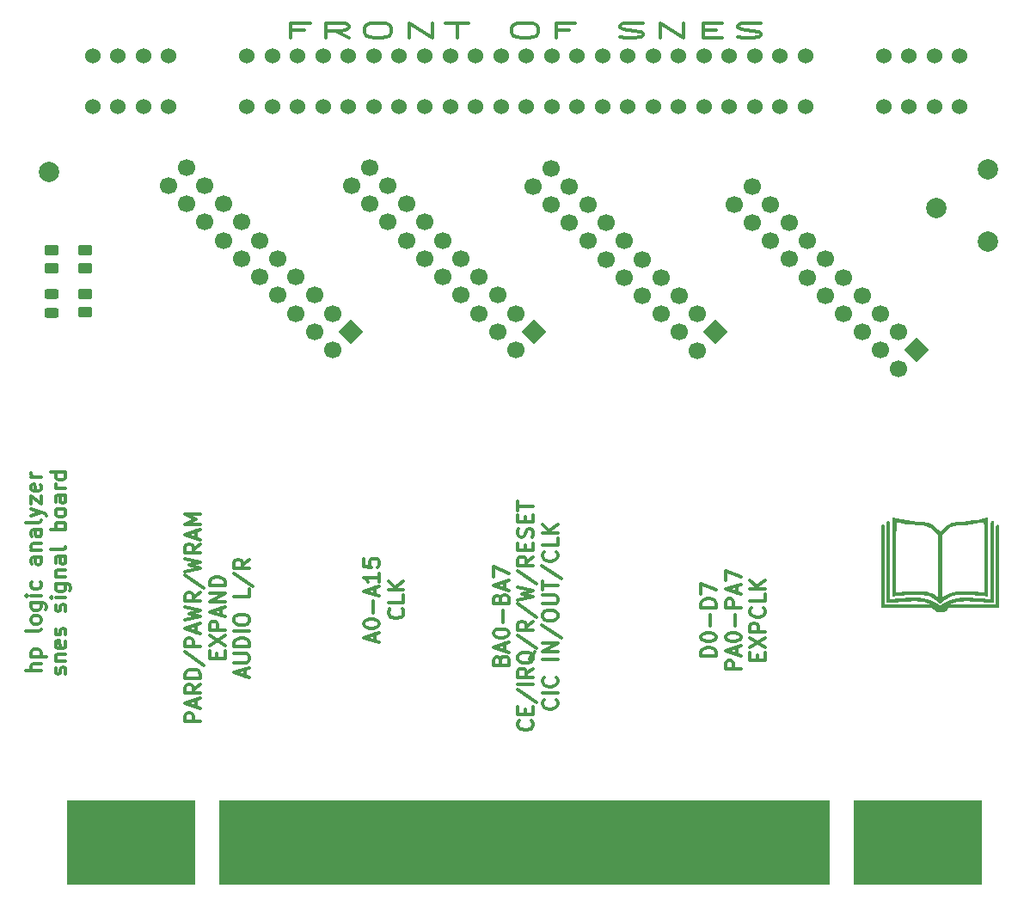
<source format=gbr>
%TF.GenerationSoftware,KiCad,Pcbnew,(6.0.6-1)-1*%
%TF.CreationDate,2022-07-24T16:47:29-04:00*%
%TF.ProjectId,SNES_logicadapter,534e4553-5f6c-46f6-9769-636164617074,rev?*%
%TF.SameCoordinates,Original*%
%TF.FileFunction,Soldermask,Top*%
%TF.FilePolarity,Negative*%
%FSLAX46Y46*%
G04 Gerber Fmt 4.6, Leading zero omitted, Abs format (unit mm)*
G04 Created by KiCad (PCBNEW (6.0.6-1)-1) date 2022-07-24 16:47:29*
%MOMM*%
%LPD*%
G01*
G04 APERTURE LIST*
G04 Aperture macros list*
%AMRoundRect*
0 Rectangle with rounded corners*
0 $1 Rounding radius*
0 $2 $3 $4 $5 $6 $7 $8 $9 X,Y pos of 4 corners*
0 Add a 4 corners polygon primitive as box body*
4,1,4,$2,$3,$4,$5,$6,$7,$8,$9,$2,$3,0*
0 Add four circle primitives for the rounded corners*
1,1,$1+$1,$2,$3*
1,1,$1+$1,$4,$5*
1,1,$1+$1,$6,$7*
1,1,$1+$1,$8,$9*
0 Add four rect primitives between the rounded corners*
20,1,$1+$1,$2,$3,$4,$5,0*
20,1,$1+$1,$4,$5,$6,$7,0*
20,1,$1+$1,$6,$7,$8,$9,0*
20,1,$1+$1,$8,$9,$2,$3,0*%
%AMHorizOval*
0 Thick line with rounded ends*
0 $1 width*
0 $2 $3 position (X,Y) of the first rounded end (center of the circle)*
0 $4 $5 position (X,Y) of the second rounded end (center of the circle)*
0 Add line between two ends*
20,1,$1,$2,$3,$4,$5,0*
0 Add two circle primitives to create the rounded ends*
1,1,$1,$2,$3*
1,1,$1,$4,$5*%
%AMRotRect*
0 Rectangle, with rotation*
0 The origin of the aperture is its center*
0 $1 length*
0 $2 width*
0 $3 Rotation angle, in degrees counterclockwise*
0 Add horizontal line*
21,1,$1,$2,0,0,$3*%
G04 Aperture macros list end*
%ADD10C,0.300000*%
%ADD11C,0.010000*%
%ADD12RotRect,1.700000X1.700000X225.000000*%
%ADD13HorizOval,1.700000X0.000000X0.000000X0.000000X0.000000X0*%
%ADD14C,2.000000*%
%ADD15RoundRect,0.250000X0.450000X-0.262500X0.450000X0.262500X-0.450000X0.262500X-0.450000X-0.262500X0*%
%ADD16R,1.500000X7.000000*%
%ADD17R,2.000000X7.000000*%
%ADD18RoundRect,0.243750X0.456250X-0.243750X0.456250X0.243750X-0.456250X0.243750X-0.456250X-0.243750X0*%
%ADD19C,1.524000*%
G04 APERTURE END LIST*
D10*
X119802571Y-136960285D02*
X118302571Y-136960285D01*
X118302571Y-136388857D01*
X118374000Y-136246000D01*
X118445428Y-136174571D01*
X118588285Y-136103142D01*
X118802571Y-136103142D01*
X118945428Y-136174571D01*
X119016857Y-136246000D01*
X119088285Y-136388857D01*
X119088285Y-136960285D01*
X119374000Y-135531714D02*
X119374000Y-134817428D01*
X119802571Y-135674571D02*
X118302571Y-135174571D01*
X119802571Y-134674571D01*
X119802571Y-133317428D02*
X119088285Y-133817428D01*
X119802571Y-134174571D02*
X118302571Y-134174571D01*
X118302571Y-133603142D01*
X118374000Y-133460285D01*
X118445428Y-133388857D01*
X118588285Y-133317428D01*
X118802571Y-133317428D01*
X118945428Y-133388857D01*
X119016857Y-133460285D01*
X119088285Y-133603142D01*
X119088285Y-134174571D01*
X119802571Y-132674571D02*
X118302571Y-132674571D01*
X118302571Y-132317428D01*
X118374000Y-132103142D01*
X118516857Y-131960285D01*
X118659714Y-131888857D01*
X118945428Y-131817428D01*
X119159714Y-131817428D01*
X119445428Y-131888857D01*
X119588285Y-131960285D01*
X119731142Y-132103142D01*
X119802571Y-132317428D01*
X119802571Y-132674571D01*
X118231142Y-130103142D02*
X120159714Y-131388857D01*
X119802571Y-129603142D02*
X118302571Y-129603142D01*
X118302571Y-129031714D01*
X118374000Y-128888857D01*
X118445428Y-128817428D01*
X118588285Y-128746000D01*
X118802571Y-128746000D01*
X118945428Y-128817428D01*
X119016857Y-128888857D01*
X119088285Y-129031714D01*
X119088285Y-129603142D01*
X119374000Y-128174571D02*
X119374000Y-127460285D01*
X119802571Y-128317428D02*
X118302571Y-127817428D01*
X119802571Y-127317428D01*
X118302571Y-126960285D02*
X119802571Y-126603142D01*
X118731142Y-126317428D01*
X119802571Y-126031714D01*
X118302571Y-125674571D01*
X119802571Y-124246000D02*
X119088285Y-124746000D01*
X119802571Y-125103142D02*
X118302571Y-125103142D01*
X118302571Y-124531714D01*
X118374000Y-124388857D01*
X118445428Y-124317428D01*
X118588285Y-124246000D01*
X118802571Y-124246000D01*
X118945428Y-124317428D01*
X119016857Y-124388857D01*
X119088285Y-124531714D01*
X119088285Y-125103142D01*
X118231142Y-122531714D02*
X120159714Y-123817428D01*
X118302571Y-122174571D02*
X119802571Y-121817428D01*
X118731142Y-121531714D01*
X119802571Y-121246000D01*
X118302571Y-120888857D01*
X119802571Y-119460285D02*
X119088285Y-119960285D01*
X119802571Y-120317428D02*
X118302571Y-120317428D01*
X118302571Y-119746000D01*
X118374000Y-119603142D01*
X118445428Y-119531714D01*
X118588285Y-119460285D01*
X118802571Y-119460285D01*
X118945428Y-119531714D01*
X119016857Y-119603142D01*
X119088285Y-119746000D01*
X119088285Y-120317428D01*
X119374000Y-118888857D02*
X119374000Y-118174571D01*
X119802571Y-119031714D02*
X118302571Y-118531714D01*
X119802571Y-118031714D01*
X119802571Y-117531714D02*
X118302571Y-117531714D01*
X119374000Y-117031714D01*
X118302571Y-116531714D01*
X119802571Y-116531714D01*
X121431857Y-130710285D02*
X121431857Y-130210285D01*
X122217571Y-129996000D02*
X122217571Y-130710285D01*
X120717571Y-130710285D01*
X120717571Y-129996000D01*
X120717571Y-129496000D02*
X122217571Y-128496000D01*
X120717571Y-128496000D02*
X122217571Y-129496000D01*
X122217571Y-127924571D02*
X120717571Y-127924571D01*
X120717571Y-127353142D01*
X120789000Y-127210285D01*
X120860428Y-127138857D01*
X121003285Y-127067428D01*
X121217571Y-127067428D01*
X121360428Y-127138857D01*
X121431857Y-127210285D01*
X121503285Y-127353142D01*
X121503285Y-127924571D01*
X121789000Y-126496000D02*
X121789000Y-125781714D01*
X122217571Y-126638857D02*
X120717571Y-126138857D01*
X122217571Y-125638857D01*
X122217571Y-125138857D02*
X120717571Y-125138857D01*
X122217571Y-124281714D01*
X120717571Y-124281714D01*
X122217571Y-123567428D02*
X120717571Y-123567428D01*
X120717571Y-123210285D01*
X120789000Y-122996000D01*
X120931857Y-122853142D01*
X121074714Y-122781714D01*
X121360428Y-122710285D01*
X121574714Y-122710285D01*
X121860428Y-122781714D01*
X122003285Y-122853142D01*
X122146142Y-122996000D01*
X122217571Y-123210285D01*
X122217571Y-123567428D01*
X124204000Y-132496000D02*
X124204000Y-131781714D01*
X124632571Y-132638857D02*
X123132571Y-132138857D01*
X124632571Y-131638857D01*
X123132571Y-131138857D02*
X124346857Y-131138857D01*
X124489714Y-131067428D01*
X124561142Y-130996000D01*
X124632571Y-130853142D01*
X124632571Y-130567428D01*
X124561142Y-130424571D01*
X124489714Y-130353142D01*
X124346857Y-130281714D01*
X123132571Y-130281714D01*
X124632571Y-129567428D02*
X123132571Y-129567428D01*
X123132571Y-129210285D01*
X123204000Y-128996000D01*
X123346857Y-128853142D01*
X123489714Y-128781714D01*
X123775428Y-128710285D01*
X123989714Y-128710285D01*
X124275428Y-128781714D01*
X124418285Y-128853142D01*
X124561142Y-128996000D01*
X124632571Y-129210285D01*
X124632571Y-129567428D01*
X124632571Y-128067428D02*
X123132571Y-128067428D01*
X123132571Y-127067428D02*
X123132571Y-126781714D01*
X123204000Y-126638857D01*
X123346857Y-126496000D01*
X123632571Y-126424571D01*
X124132571Y-126424571D01*
X124418285Y-126496000D01*
X124561142Y-126638857D01*
X124632571Y-126781714D01*
X124632571Y-127067428D01*
X124561142Y-127210285D01*
X124418285Y-127353142D01*
X124132571Y-127424571D01*
X123632571Y-127424571D01*
X123346857Y-127353142D01*
X123204000Y-127210285D01*
X123132571Y-127067428D01*
X124632571Y-123924571D02*
X124632571Y-124638857D01*
X123132571Y-124638857D01*
X123061142Y-122353142D02*
X124989714Y-123638857D01*
X124632571Y-120996000D02*
X123918285Y-121496000D01*
X124632571Y-121853142D02*
X123132571Y-121853142D01*
X123132571Y-121281714D01*
X123204000Y-121138857D01*
X123275428Y-121067428D01*
X123418285Y-120996000D01*
X123632571Y-120996000D01*
X123775428Y-121067428D01*
X123846857Y-121138857D01*
X123918285Y-121281714D01*
X123918285Y-121853142D01*
X170602571Y-130500000D02*
X169102571Y-130500000D01*
X169102571Y-130142857D01*
X169174000Y-129928571D01*
X169316857Y-129785714D01*
X169459714Y-129714285D01*
X169745428Y-129642857D01*
X169959714Y-129642857D01*
X170245428Y-129714285D01*
X170388285Y-129785714D01*
X170531142Y-129928571D01*
X170602571Y-130142857D01*
X170602571Y-130500000D01*
X169102571Y-128714285D02*
X169102571Y-128571428D01*
X169174000Y-128428571D01*
X169245428Y-128357142D01*
X169388285Y-128285714D01*
X169674000Y-128214285D01*
X170031142Y-128214285D01*
X170316857Y-128285714D01*
X170459714Y-128357142D01*
X170531142Y-128428571D01*
X170602571Y-128571428D01*
X170602571Y-128714285D01*
X170531142Y-128857142D01*
X170459714Y-128928571D01*
X170316857Y-129000000D01*
X170031142Y-129071428D01*
X169674000Y-129071428D01*
X169388285Y-129000000D01*
X169245428Y-128928571D01*
X169174000Y-128857142D01*
X169102571Y-128714285D01*
X170031142Y-127571428D02*
X170031142Y-126428571D01*
X170602571Y-125714285D02*
X169102571Y-125714285D01*
X169102571Y-125357142D01*
X169174000Y-125142857D01*
X169316857Y-125000000D01*
X169459714Y-124928571D01*
X169745428Y-124857142D01*
X169959714Y-124857142D01*
X170245428Y-124928571D01*
X170388285Y-125000000D01*
X170531142Y-125142857D01*
X170602571Y-125357142D01*
X170602571Y-125714285D01*
X169102571Y-124357142D02*
X169102571Y-123357142D01*
X170602571Y-124000000D01*
X173017571Y-131785714D02*
X171517571Y-131785714D01*
X171517571Y-131214285D01*
X171589000Y-131071428D01*
X171660428Y-131000000D01*
X171803285Y-130928571D01*
X172017571Y-130928571D01*
X172160428Y-131000000D01*
X172231857Y-131071428D01*
X172303285Y-131214285D01*
X172303285Y-131785714D01*
X172589000Y-130357142D02*
X172589000Y-129642857D01*
X173017571Y-130500000D02*
X171517571Y-130000000D01*
X173017571Y-129500000D01*
X171517571Y-128714285D02*
X171517571Y-128571428D01*
X171589000Y-128428571D01*
X171660428Y-128357142D01*
X171803285Y-128285714D01*
X172089000Y-128214285D01*
X172446142Y-128214285D01*
X172731857Y-128285714D01*
X172874714Y-128357142D01*
X172946142Y-128428571D01*
X173017571Y-128571428D01*
X173017571Y-128714285D01*
X172946142Y-128857142D01*
X172874714Y-128928571D01*
X172731857Y-129000000D01*
X172446142Y-129071428D01*
X172089000Y-129071428D01*
X171803285Y-129000000D01*
X171660428Y-128928571D01*
X171589000Y-128857142D01*
X171517571Y-128714285D01*
X172446142Y-127571428D02*
X172446142Y-126428571D01*
X173017571Y-125714285D02*
X171517571Y-125714285D01*
X171517571Y-125142857D01*
X171589000Y-125000000D01*
X171660428Y-124928571D01*
X171803285Y-124857142D01*
X172017571Y-124857142D01*
X172160428Y-124928571D01*
X172231857Y-125000000D01*
X172303285Y-125142857D01*
X172303285Y-125714285D01*
X172589000Y-124285714D02*
X172589000Y-123571428D01*
X173017571Y-124428571D02*
X171517571Y-123928571D01*
X173017571Y-123428571D01*
X171517571Y-123071428D02*
X171517571Y-122071428D01*
X173017571Y-122714285D01*
X174646857Y-130892857D02*
X174646857Y-130392857D01*
X175432571Y-130178571D02*
X175432571Y-130892857D01*
X173932571Y-130892857D01*
X173932571Y-130178571D01*
X173932571Y-129678571D02*
X175432571Y-128678571D01*
X173932571Y-128678571D02*
X175432571Y-129678571D01*
X175432571Y-128107142D02*
X173932571Y-128107142D01*
X173932571Y-127535714D01*
X174004000Y-127392857D01*
X174075428Y-127321428D01*
X174218285Y-127250000D01*
X174432571Y-127250000D01*
X174575428Y-127321428D01*
X174646857Y-127392857D01*
X174718285Y-127535714D01*
X174718285Y-128107142D01*
X175289714Y-125750000D02*
X175361142Y-125821428D01*
X175432571Y-126035714D01*
X175432571Y-126178571D01*
X175361142Y-126392857D01*
X175218285Y-126535714D01*
X175075428Y-126607142D01*
X174789714Y-126678571D01*
X174575428Y-126678571D01*
X174289714Y-126607142D01*
X174146857Y-126535714D01*
X174004000Y-126392857D01*
X173932571Y-126178571D01*
X173932571Y-126035714D01*
X174004000Y-125821428D01*
X174075428Y-125750000D01*
X175432571Y-124392857D02*
X175432571Y-125107142D01*
X173932571Y-125107142D01*
X175432571Y-123892857D02*
X173932571Y-123892857D01*
X175432571Y-123035714D02*
X174575428Y-123678571D01*
X173932571Y-123035714D02*
X174789714Y-123892857D01*
X149369857Y-130904714D02*
X149441285Y-130690428D01*
X149512714Y-130619000D01*
X149655571Y-130547571D01*
X149869857Y-130547571D01*
X150012714Y-130619000D01*
X150084142Y-130690428D01*
X150155571Y-130833285D01*
X150155571Y-131404714D01*
X148655571Y-131404714D01*
X148655571Y-130904714D01*
X148727000Y-130761857D01*
X148798428Y-130690428D01*
X148941285Y-130619000D01*
X149084142Y-130619000D01*
X149227000Y-130690428D01*
X149298428Y-130761857D01*
X149369857Y-130904714D01*
X149369857Y-131404714D01*
X149727000Y-129976142D02*
X149727000Y-129261857D01*
X150155571Y-130119000D02*
X148655571Y-129619000D01*
X150155571Y-129119000D01*
X148655571Y-128333285D02*
X148655571Y-128190428D01*
X148727000Y-128047571D01*
X148798428Y-127976142D01*
X148941285Y-127904714D01*
X149227000Y-127833285D01*
X149584142Y-127833285D01*
X149869857Y-127904714D01*
X150012714Y-127976142D01*
X150084142Y-128047571D01*
X150155571Y-128190428D01*
X150155571Y-128333285D01*
X150084142Y-128476142D01*
X150012714Y-128547571D01*
X149869857Y-128619000D01*
X149584142Y-128690428D01*
X149227000Y-128690428D01*
X148941285Y-128619000D01*
X148798428Y-128547571D01*
X148727000Y-128476142D01*
X148655571Y-128333285D01*
X149584142Y-127190428D02*
X149584142Y-126047571D01*
X149369857Y-124833285D02*
X149441285Y-124619000D01*
X149512714Y-124547571D01*
X149655571Y-124476142D01*
X149869857Y-124476142D01*
X150012714Y-124547571D01*
X150084142Y-124619000D01*
X150155571Y-124761857D01*
X150155571Y-125333285D01*
X148655571Y-125333285D01*
X148655571Y-124833285D01*
X148727000Y-124690428D01*
X148798428Y-124619000D01*
X148941285Y-124547571D01*
X149084142Y-124547571D01*
X149227000Y-124619000D01*
X149298428Y-124690428D01*
X149369857Y-124833285D01*
X149369857Y-125333285D01*
X149727000Y-123904714D02*
X149727000Y-123190428D01*
X150155571Y-124047571D02*
X148655571Y-123547571D01*
X150155571Y-123047571D01*
X148655571Y-122690428D02*
X148655571Y-121690428D01*
X150155571Y-122333285D01*
X152427714Y-136869000D02*
X152499142Y-136940428D01*
X152570571Y-137154714D01*
X152570571Y-137297571D01*
X152499142Y-137511857D01*
X152356285Y-137654714D01*
X152213428Y-137726142D01*
X151927714Y-137797571D01*
X151713428Y-137797571D01*
X151427714Y-137726142D01*
X151284857Y-137654714D01*
X151142000Y-137511857D01*
X151070571Y-137297571D01*
X151070571Y-137154714D01*
X151142000Y-136940428D01*
X151213428Y-136869000D01*
X151784857Y-136226142D02*
X151784857Y-135726142D01*
X152570571Y-135511857D02*
X152570571Y-136226142D01*
X151070571Y-136226142D01*
X151070571Y-135511857D01*
X150999142Y-133797571D02*
X152927714Y-135083285D01*
X152570571Y-133297571D02*
X151070571Y-133297571D01*
X152570571Y-131726142D02*
X151856285Y-132226142D01*
X152570571Y-132583285D02*
X151070571Y-132583285D01*
X151070571Y-132011857D01*
X151142000Y-131869000D01*
X151213428Y-131797571D01*
X151356285Y-131726142D01*
X151570571Y-131726142D01*
X151713428Y-131797571D01*
X151784857Y-131869000D01*
X151856285Y-132011857D01*
X151856285Y-132583285D01*
X152713428Y-130083285D02*
X152642000Y-130226142D01*
X152499142Y-130369000D01*
X152284857Y-130583285D01*
X152213428Y-130726142D01*
X152213428Y-130869000D01*
X152570571Y-130797571D02*
X152499142Y-130940428D01*
X152356285Y-131083285D01*
X152070571Y-131154714D01*
X151570571Y-131154714D01*
X151284857Y-131083285D01*
X151142000Y-130940428D01*
X151070571Y-130797571D01*
X151070571Y-130511857D01*
X151142000Y-130369000D01*
X151284857Y-130226142D01*
X151570571Y-130154714D01*
X152070571Y-130154714D01*
X152356285Y-130226142D01*
X152499142Y-130369000D01*
X152570571Y-130511857D01*
X152570571Y-130797571D01*
X150999142Y-128440428D02*
X152927714Y-129726142D01*
X152570571Y-127083285D02*
X151856285Y-127583285D01*
X152570571Y-127940428D02*
X151070571Y-127940428D01*
X151070571Y-127369000D01*
X151142000Y-127226142D01*
X151213428Y-127154714D01*
X151356285Y-127083285D01*
X151570571Y-127083285D01*
X151713428Y-127154714D01*
X151784857Y-127226142D01*
X151856285Y-127369000D01*
X151856285Y-127940428D01*
X150999142Y-125369000D02*
X152927714Y-126654714D01*
X151070571Y-125011857D02*
X152570571Y-124654714D01*
X151499142Y-124369000D01*
X152570571Y-124083285D01*
X151070571Y-123726142D01*
X150999142Y-122083285D02*
X152927714Y-123369000D01*
X152570571Y-120726142D02*
X151856285Y-121226142D01*
X152570571Y-121583285D02*
X151070571Y-121583285D01*
X151070571Y-121011857D01*
X151142000Y-120869000D01*
X151213428Y-120797571D01*
X151356285Y-120726142D01*
X151570571Y-120726142D01*
X151713428Y-120797571D01*
X151784857Y-120869000D01*
X151856285Y-121011857D01*
X151856285Y-121583285D01*
X151784857Y-120083285D02*
X151784857Y-119583285D01*
X152570571Y-119369000D02*
X152570571Y-120083285D01*
X151070571Y-120083285D01*
X151070571Y-119369000D01*
X152499142Y-118797571D02*
X152570571Y-118583285D01*
X152570571Y-118226142D01*
X152499142Y-118083285D01*
X152427714Y-118011857D01*
X152284857Y-117940428D01*
X152142000Y-117940428D01*
X151999142Y-118011857D01*
X151927714Y-118083285D01*
X151856285Y-118226142D01*
X151784857Y-118511857D01*
X151713428Y-118654714D01*
X151642000Y-118726142D01*
X151499142Y-118797571D01*
X151356285Y-118797571D01*
X151213428Y-118726142D01*
X151142000Y-118654714D01*
X151070571Y-118511857D01*
X151070571Y-118154714D01*
X151142000Y-117940428D01*
X151784857Y-117297571D02*
X151784857Y-116797571D01*
X152570571Y-116583285D02*
X152570571Y-117297571D01*
X151070571Y-117297571D01*
X151070571Y-116583285D01*
X151070571Y-116154714D02*
X151070571Y-115297571D01*
X152570571Y-115726142D02*
X151070571Y-115726142D01*
X154842714Y-134797571D02*
X154914142Y-134869000D01*
X154985571Y-135083285D01*
X154985571Y-135226142D01*
X154914142Y-135440428D01*
X154771285Y-135583285D01*
X154628428Y-135654714D01*
X154342714Y-135726142D01*
X154128428Y-135726142D01*
X153842714Y-135654714D01*
X153699857Y-135583285D01*
X153557000Y-135440428D01*
X153485571Y-135226142D01*
X153485571Y-135083285D01*
X153557000Y-134869000D01*
X153628428Y-134797571D01*
X154985571Y-134154714D02*
X153485571Y-134154714D01*
X154842714Y-132583285D02*
X154914142Y-132654714D01*
X154985571Y-132869000D01*
X154985571Y-133011857D01*
X154914142Y-133226142D01*
X154771285Y-133369000D01*
X154628428Y-133440428D01*
X154342714Y-133511857D01*
X154128428Y-133511857D01*
X153842714Y-133440428D01*
X153699857Y-133369000D01*
X153557000Y-133226142D01*
X153485571Y-133011857D01*
X153485571Y-132869000D01*
X153557000Y-132654714D01*
X153628428Y-132583285D01*
X154985571Y-130797571D02*
X153485571Y-130797571D01*
X154985571Y-130083285D02*
X153485571Y-130083285D01*
X154985571Y-129226142D01*
X153485571Y-129226142D01*
X153414142Y-127440428D02*
X155342714Y-128726142D01*
X153485571Y-126654714D02*
X153485571Y-126369000D01*
X153557000Y-126226142D01*
X153699857Y-126083285D01*
X153985571Y-126011857D01*
X154485571Y-126011857D01*
X154771285Y-126083285D01*
X154914142Y-126226142D01*
X154985571Y-126369000D01*
X154985571Y-126654714D01*
X154914142Y-126797571D01*
X154771285Y-126940428D01*
X154485571Y-127011857D01*
X153985571Y-127011857D01*
X153699857Y-126940428D01*
X153557000Y-126797571D01*
X153485571Y-126654714D01*
X153485571Y-125369000D02*
X154699857Y-125369000D01*
X154842714Y-125297571D01*
X154914142Y-125226142D01*
X154985571Y-125083285D01*
X154985571Y-124797571D01*
X154914142Y-124654714D01*
X154842714Y-124583285D01*
X154699857Y-124511857D01*
X153485571Y-124511857D01*
X153485571Y-124011857D02*
X153485571Y-123154714D01*
X154985571Y-123583285D02*
X153485571Y-123583285D01*
X153414142Y-121583285D02*
X155342714Y-122869000D01*
X154842714Y-120226142D02*
X154914142Y-120297571D01*
X154985571Y-120511857D01*
X154985571Y-120654714D01*
X154914142Y-120869000D01*
X154771285Y-121011857D01*
X154628428Y-121083285D01*
X154342714Y-121154714D01*
X154128428Y-121154714D01*
X153842714Y-121083285D01*
X153699857Y-121011857D01*
X153557000Y-120869000D01*
X153485571Y-120654714D01*
X153485571Y-120511857D01*
X153557000Y-120297571D01*
X153628428Y-120226142D01*
X154985571Y-118869000D02*
X154985571Y-119583285D01*
X153485571Y-119583285D01*
X154985571Y-118369000D02*
X153485571Y-118369000D01*
X154985571Y-117511857D02*
X154128428Y-118154714D01*
X153485571Y-117511857D02*
X154342714Y-118369000D01*
X136964500Y-129039428D02*
X136964500Y-128325142D01*
X137393071Y-129182285D02*
X135893071Y-128682285D01*
X137393071Y-128182285D01*
X135893071Y-127396571D02*
X135893071Y-127253714D01*
X135964500Y-127110857D01*
X136035928Y-127039428D01*
X136178785Y-126968000D01*
X136464500Y-126896571D01*
X136821642Y-126896571D01*
X137107357Y-126968000D01*
X137250214Y-127039428D01*
X137321642Y-127110857D01*
X137393071Y-127253714D01*
X137393071Y-127396571D01*
X137321642Y-127539428D01*
X137250214Y-127610857D01*
X137107357Y-127682285D01*
X136821642Y-127753714D01*
X136464500Y-127753714D01*
X136178785Y-127682285D01*
X136035928Y-127610857D01*
X135964500Y-127539428D01*
X135893071Y-127396571D01*
X136821642Y-126253714D02*
X136821642Y-125110857D01*
X136964500Y-124468000D02*
X136964500Y-123753714D01*
X137393071Y-124610857D02*
X135893071Y-124110857D01*
X137393071Y-123610857D01*
X137393071Y-122325142D02*
X137393071Y-123182285D01*
X137393071Y-122753714D02*
X135893071Y-122753714D01*
X136107357Y-122896571D01*
X136250214Y-123039428D01*
X136321642Y-123182285D01*
X135893071Y-120968000D02*
X135893071Y-121682285D01*
X136607357Y-121753714D01*
X136535928Y-121682285D01*
X136464500Y-121539428D01*
X136464500Y-121182285D01*
X136535928Y-121039428D01*
X136607357Y-120968000D01*
X136750214Y-120896571D01*
X137107357Y-120896571D01*
X137250214Y-120968000D01*
X137321642Y-121039428D01*
X137393071Y-121182285D01*
X137393071Y-121539428D01*
X137321642Y-121682285D01*
X137250214Y-121753714D01*
X139665214Y-125860857D02*
X139736642Y-125932285D01*
X139808071Y-126146571D01*
X139808071Y-126289428D01*
X139736642Y-126503714D01*
X139593785Y-126646571D01*
X139450928Y-126718000D01*
X139165214Y-126789428D01*
X138950928Y-126789428D01*
X138665214Y-126718000D01*
X138522357Y-126646571D01*
X138379500Y-126503714D01*
X138308071Y-126289428D01*
X138308071Y-126146571D01*
X138379500Y-125932285D01*
X138450928Y-125860857D01*
X139808071Y-124503714D02*
X139808071Y-125218000D01*
X138308071Y-125218000D01*
X139808071Y-124003714D02*
X138308071Y-124003714D01*
X139808071Y-123146571D02*
X138950928Y-123789428D01*
X138308071Y-123146571D02*
X139165214Y-124003714D01*
X104119071Y-131908142D02*
X102619071Y-131908142D01*
X104119071Y-131265285D02*
X103333357Y-131265285D01*
X103190500Y-131336714D01*
X103119071Y-131479571D01*
X103119071Y-131693857D01*
X103190500Y-131836714D01*
X103261928Y-131908142D01*
X103119071Y-130551000D02*
X104619071Y-130551000D01*
X103190500Y-130551000D02*
X103119071Y-130408142D01*
X103119071Y-130122428D01*
X103190500Y-129979571D01*
X103261928Y-129908142D01*
X103404785Y-129836714D01*
X103833357Y-129836714D01*
X103976214Y-129908142D01*
X104047642Y-129979571D01*
X104119071Y-130122428D01*
X104119071Y-130408142D01*
X104047642Y-130551000D01*
X104119071Y-127836714D02*
X104047642Y-127979571D01*
X103904785Y-128051000D01*
X102619071Y-128051000D01*
X104119071Y-127051000D02*
X104047642Y-127193857D01*
X103976214Y-127265285D01*
X103833357Y-127336714D01*
X103404785Y-127336714D01*
X103261928Y-127265285D01*
X103190500Y-127193857D01*
X103119071Y-127051000D01*
X103119071Y-126836714D01*
X103190500Y-126693857D01*
X103261928Y-126622428D01*
X103404785Y-126551000D01*
X103833357Y-126551000D01*
X103976214Y-126622428D01*
X104047642Y-126693857D01*
X104119071Y-126836714D01*
X104119071Y-127051000D01*
X103119071Y-125265285D02*
X104333357Y-125265285D01*
X104476214Y-125336714D01*
X104547642Y-125408142D01*
X104619071Y-125551000D01*
X104619071Y-125765285D01*
X104547642Y-125908142D01*
X104047642Y-125265285D02*
X104119071Y-125408142D01*
X104119071Y-125693857D01*
X104047642Y-125836714D01*
X103976214Y-125908142D01*
X103833357Y-125979571D01*
X103404785Y-125979571D01*
X103261928Y-125908142D01*
X103190500Y-125836714D01*
X103119071Y-125693857D01*
X103119071Y-125408142D01*
X103190500Y-125265285D01*
X104119071Y-124551000D02*
X103119071Y-124551000D01*
X102619071Y-124551000D02*
X102690500Y-124622428D01*
X102761928Y-124551000D01*
X102690500Y-124479571D01*
X102619071Y-124551000D01*
X102761928Y-124551000D01*
X104047642Y-123193857D02*
X104119071Y-123336714D01*
X104119071Y-123622428D01*
X104047642Y-123765285D01*
X103976214Y-123836714D01*
X103833357Y-123908142D01*
X103404785Y-123908142D01*
X103261928Y-123836714D01*
X103190500Y-123765285D01*
X103119071Y-123622428D01*
X103119071Y-123336714D01*
X103190500Y-123193857D01*
X104119071Y-120765285D02*
X103333357Y-120765285D01*
X103190500Y-120836714D01*
X103119071Y-120979571D01*
X103119071Y-121265285D01*
X103190500Y-121408142D01*
X104047642Y-120765285D02*
X104119071Y-120908142D01*
X104119071Y-121265285D01*
X104047642Y-121408142D01*
X103904785Y-121479571D01*
X103761928Y-121479571D01*
X103619071Y-121408142D01*
X103547642Y-121265285D01*
X103547642Y-120908142D01*
X103476214Y-120765285D01*
X103119071Y-120051000D02*
X104119071Y-120051000D01*
X103261928Y-120051000D02*
X103190500Y-119979571D01*
X103119071Y-119836714D01*
X103119071Y-119622428D01*
X103190500Y-119479571D01*
X103333357Y-119408142D01*
X104119071Y-119408142D01*
X104119071Y-118051000D02*
X103333357Y-118051000D01*
X103190500Y-118122428D01*
X103119071Y-118265285D01*
X103119071Y-118551000D01*
X103190500Y-118693857D01*
X104047642Y-118051000D02*
X104119071Y-118193857D01*
X104119071Y-118551000D01*
X104047642Y-118693857D01*
X103904785Y-118765285D01*
X103761928Y-118765285D01*
X103619071Y-118693857D01*
X103547642Y-118551000D01*
X103547642Y-118193857D01*
X103476214Y-118051000D01*
X104119071Y-117122428D02*
X104047642Y-117265285D01*
X103904785Y-117336714D01*
X102619071Y-117336714D01*
X103119071Y-116693857D02*
X104119071Y-116336714D01*
X103119071Y-115979571D02*
X104119071Y-116336714D01*
X104476214Y-116479571D01*
X104547642Y-116551000D01*
X104619071Y-116693857D01*
X103119071Y-115551000D02*
X103119071Y-114765285D01*
X104119071Y-115551000D01*
X104119071Y-114765285D01*
X104047642Y-113622428D02*
X104119071Y-113765285D01*
X104119071Y-114051000D01*
X104047642Y-114193857D01*
X103904785Y-114265285D01*
X103333357Y-114265285D01*
X103190500Y-114193857D01*
X103119071Y-114051000D01*
X103119071Y-113765285D01*
X103190500Y-113622428D01*
X103333357Y-113551000D01*
X103476214Y-113551000D01*
X103619071Y-114265285D01*
X104119071Y-112908142D02*
X103119071Y-112908142D01*
X103404785Y-112908142D02*
X103261928Y-112836714D01*
X103190500Y-112765285D01*
X103119071Y-112622428D01*
X103119071Y-112479571D01*
X106462642Y-132265285D02*
X106534071Y-132122428D01*
X106534071Y-131836714D01*
X106462642Y-131693857D01*
X106319785Y-131622428D01*
X106248357Y-131622428D01*
X106105500Y-131693857D01*
X106034071Y-131836714D01*
X106034071Y-132051000D01*
X105962642Y-132193857D01*
X105819785Y-132265285D01*
X105748357Y-132265285D01*
X105605500Y-132193857D01*
X105534071Y-132051000D01*
X105534071Y-131836714D01*
X105605500Y-131693857D01*
X105534071Y-130979571D02*
X106534071Y-130979571D01*
X105676928Y-130979571D02*
X105605500Y-130908142D01*
X105534071Y-130765285D01*
X105534071Y-130551000D01*
X105605500Y-130408142D01*
X105748357Y-130336714D01*
X106534071Y-130336714D01*
X106462642Y-129051000D02*
X106534071Y-129193857D01*
X106534071Y-129479571D01*
X106462642Y-129622428D01*
X106319785Y-129693857D01*
X105748357Y-129693857D01*
X105605500Y-129622428D01*
X105534071Y-129479571D01*
X105534071Y-129193857D01*
X105605500Y-129051000D01*
X105748357Y-128979571D01*
X105891214Y-128979571D01*
X106034071Y-129693857D01*
X106462642Y-128408142D02*
X106534071Y-128265285D01*
X106534071Y-127979571D01*
X106462642Y-127836714D01*
X106319785Y-127765285D01*
X106248357Y-127765285D01*
X106105500Y-127836714D01*
X106034071Y-127979571D01*
X106034071Y-128193857D01*
X105962642Y-128336714D01*
X105819785Y-128408142D01*
X105748357Y-128408142D01*
X105605500Y-128336714D01*
X105534071Y-128193857D01*
X105534071Y-127979571D01*
X105605500Y-127836714D01*
X106462642Y-126051000D02*
X106534071Y-125908142D01*
X106534071Y-125622428D01*
X106462642Y-125479571D01*
X106319785Y-125408142D01*
X106248357Y-125408142D01*
X106105500Y-125479571D01*
X106034071Y-125622428D01*
X106034071Y-125836714D01*
X105962642Y-125979571D01*
X105819785Y-126051000D01*
X105748357Y-126051000D01*
X105605500Y-125979571D01*
X105534071Y-125836714D01*
X105534071Y-125622428D01*
X105605500Y-125479571D01*
X106534071Y-124765285D02*
X105534071Y-124765285D01*
X105034071Y-124765285D02*
X105105500Y-124836714D01*
X105176928Y-124765285D01*
X105105500Y-124693857D01*
X105034071Y-124765285D01*
X105176928Y-124765285D01*
X105534071Y-123408142D02*
X106748357Y-123408142D01*
X106891214Y-123479571D01*
X106962642Y-123551000D01*
X107034071Y-123693857D01*
X107034071Y-123908142D01*
X106962642Y-124051000D01*
X106462642Y-123408142D02*
X106534071Y-123551000D01*
X106534071Y-123836714D01*
X106462642Y-123979571D01*
X106391214Y-124051000D01*
X106248357Y-124122428D01*
X105819785Y-124122428D01*
X105676928Y-124051000D01*
X105605500Y-123979571D01*
X105534071Y-123836714D01*
X105534071Y-123551000D01*
X105605500Y-123408142D01*
X105534071Y-122693857D02*
X106534071Y-122693857D01*
X105676928Y-122693857D02*
X105605500Y-122622428D01*
X105534071Y-122479571D01*
X105534071Y-122265285D01*
X105605500Y-122122428D01*
X105748357Y-122051000D01*
X106534071Y-122051000D01*
X106534071Y-120693857D02*
X105748357Y-120693857D01*
X105605500Y-120765285D01*
X105534071Y-120908142D01*
X105534071Y-121193857D01*
X105605500Y-121336714D01*
X106462642Y-120693857D02*
X106534071Y-120836714D01*
X106534071Y-121193857D01*
X106462642Y-121336714D01*
X106319785Y-121408142D01*
X106176928Y-121408142D01*
X106034071Y-121336714D01*
X105962642Y-121193857D01*
X105962642Y-120836714D01*
X105891214Y-120693857D01*
X106534071Y-119765285D02*
X106462642Y-119908142D01*
X106319785Y-119979571D01*
X105034071Y-119979571D01*
X106534071Y-118051000D02*
X105034071Y-118051000D01*
X105605500Y-118051000D02*
X105534071Y-117908142D01*
X105534071Y-117622428D01*
X105605500Y-117479571D01*
X105676928Y-117408142D01*
X105819785Y-117336714D01*
X106248357Y-117336714D01*
X106391214Y-117408142D01*
X106462642Y-117479571D01*
X106534071Y-117622428D01*
X106534071Y-117908142D01*
X106462642Y-118051000D01*
X106534071Y-116479571D02*
X106462642Y-116622428D01*
X106391214Y-116693857D01*
X106248357Y-116765285D01*
X105819785Y-116765285D01*
X105676928Y-116693857D01*
X105605500Y-116622428D01*
X105534071Y-116479571D01*
X105534071Y-116265285D01*
X105605500Y-116122428D01*
X105676928Y-116051000D01*
X105819785Y-115979571D01*
X106248357Y-115979571D01*
X106391214Y-116051000D01*
X106462642Y-116122428D01*
X106534071Y-116265285D01*
X106534071Y-116479571D01*
X106534071Y-114693857D02*
X105748357Y-114693857D01*
X105605500Y-114765285D01*
X105534071Y-114908142D01*
X105534071Y-115193857D01*
X105605500Y-115336714D01*
X106462642Y-114693857D02*
X106534071Y-114836714D01*
X106534071Y-115193857D01*
X106462642Y-115336714D01*
X106319785Y-115408142D01*
X106176928Y-115408142D01*
X106034071Y-115336714D01*
X105962642Y-115193857D01*
X105962642Y-114836714D01*
X105891214Y-114693857D01*
X106534071Y-113979571D02*
X105534071Y-113979571D01*
X105819785Y-113979571D02*
X105676928Y-113908142D01*
X105605500Y-113836714D01*
X105534071Y-113693857D01*
X105534071Y-113551000D01*
X106534071Y-112408142D02*
X105034071Y-112408142D01*
X106462642Y-112408142D02*
X106534071Y-112551000D01*
X106534071Y-112836714D01*
X106462642Y-112979571D01*
X106391214Y-113051000D01*
X106248357Y-113122428D01*
X105819785Y-113122428D01*
X105676928Y-113051000D01*
X105605500Y-112979571D01*
X105534071Y-112836714D01*
X105534071Y-112551000D01*
X105605500Y-112408142D01*
X130050714Y-68853857D02*
X128717380Y-68853857D01*
X128717380Y-69639571D02*
X128717380Y-68139571D01*
X130622142Y-68139571D01*
X134431666Y-69639571D02*
X133098333Y-68925285D01*
X132145952Y-69639571D02*
X132145952Y-68139571D01*
X133669761Y-68139571D01*
X134050714Y-68211000D01*
X134241190Y-68282428D01*
X134431666Y-68425285D01*
X134431666Y-68639571D01*
X134241190Y-68782428D01*
X134050714Y-68853857D01*
X133669761Y-68925285D01*
X132145952Y-68925285D01*
X136907857Y-68139571D02*
X137669761Y-68139571D01*
X138050714Y-68211000D01*
X138431666Y-68353857D01*
X138622142Y-68639571D01*
X138622142Y-69139571D01*
X138431666Y-69425285D01*
X138050714Y-69568142D01*
X137669761Y-69639571D01*
X136907857Y-69639571D01*
X136526904Y-69568142D01*
X136145952Y-69425285D01*
X135955476Y-69139571D01*
X135955476Y-68639571D01*
X136145952Y-68353857D01*
X136526904Y-68211000D01*
X136907857Y-68139571D01*
X140336428Y-69639571D02*
X140336428Y-68139571D01*
X142622142Y-69639571D01*
X142622142Y-68139571D01*
X143955476Y-68139571D02*
X146241190Y-68139571D01*
X145098333Y-69639571D02*
X145098333Y-68139571D01*
X151384047Y-68139571D02*
X152145952Y-68139571D01*
X152526904Y-68211000D01*
X152907857Y-68353857D01*
X153098333Y-68639571D01*
X153098333Y-69139571D01*
X152907857Y-69425285D01*
X152526904Y-69568142D01*
X152145952Y-69639571D01*
X151384047Y-69639571D01*
X151003095Y-69568142D01*
X150622142Y-69425285D01*
X150431666Y-69139571D01*
X150431666Y-68639571D01*
X150622142Y-68353857D01*
X151003095Y-68211000D01*
X151384047Y-68139571D01*
X156145952Y-68853857D02*
X154812619Y-68853857D01*
X154812619Y-69639571D02*
X154812619Y-68139571D01*
X156717380Y-68139571D01*
X161098333Y-69568142D02*
X161669761Y-69639571D01*
X162622142Y-69639571D01*
X163003095Y-69568142D01*
X163193571Y-69496714D01*
X163384047Y-69353857D01*
X163384047Y-69211000D01*
X163193571Y-69068142D01*
X163003095Y-68996714D01*
X162622142Y-68925285D01*
X161860238Y-68853857D01*
X161479285Y-68782428D01*
X161288809Y-68711000D01*
X161098333Y-68568142D01*
X161098333Y-68425285D01*
X161288809Y-68282428D01*
X161479285Y-68211000D01*
X161860238Y-68139571D01*
X162812619Y-68139571D01*
X163384047Y-68211000D01*
X165098333Y-69639571D02*
X165098333Y-68139571D01*
X167384047Y-69639571D01*
X167384047Y-68139571D01*
X169288809Y-68853857D02*
X170622142Y-68853857D01*
X171193571Y-69639571D02*
X169288809Y-69639571D01*
X169288809Y-68139571D01*
X171193571Y-68139571D01*
X172717380Y-69568142D02*
X173288809Y-69639571D01*
X174241190Y-69639571D01*
X174622142Y-69568142D01*
X174812619Y-69496714D01*
X175003095Y-69353857D01*
X175003095Y-69211000D01*
X174812619Y-69068142D01*
X174622142Y-68996714D01*
X174241190Y-68925285D01*
X173479285Y-68853857D01*
X173098333Y-68782428D01*
X172907857Y-68711000D01*
X172717380Y-68568142D01*
X172717380Y-68425285D01*
X172907857Y-68282428D01*
X173098333Y-68211000D01*
X173479285Y-68139571D01*
X174431666Y-68139571D01*
X175003095Y-68211000D01*
%TO.C,CON1*%
G36*
X196680000Y-152940000D02*
G01*
X184180000Y-152940000D01*
X184180000Y-144740000D01*
X196680000Y-144740000D01*
X196680000Y-152940000D01*
G37*
D11*
X196680000Y-152940000D02*
X184180000Y-152940000D01*
X184180000Y-144740000D01*
X196680000Y-144740000D01*
X196680000Y-152940000D01*
G36*
X181680000Y-152940000D02*
G01*
X121680000Y-152940000D01*
X121680000Y-144740000D01*
X181680000Y-144740000D01*
X181680000Y-152940000D01*
G37*
X181680000Y-152940000D02*
X121680000Y-152940000D01*
X121680000Y-144740000D01*
X181680000Y-144740000D01*
X181680000Y-152940000D01*
G36*
X119180000Y-152940000D02*
G01*
X106680000Y-152940000D01*
X106680000Y-144740000D01*
X119180000Y-144740000D01*
X119180000Y-152940000D01*
G37*
X119180000Y-152940000D02*
X106680000Y-152940000D01*
X106680000Y-144740000D01*
X119180000Y-144740000D01*
X119180000Y-152940000D01*
%TO.C,G\u002A\u002A\u002A*%
G36*
X197886322Y-117201264D02*
G01*
X197892333Y-117204957D01*
X197899922Y-117215757D01*
X197906781Y-117240353D01*
X197912968Y-117282158D01*
X197918537Y-117344583D01*
X197923546Y-117431038D01*
X197928050Y-117544936D01*
X197932106Y-117689688D01*
X197935769Y-117868705D01*
X197939096Y-118085399D01*
X197942144Y-118343182D01*
X197944967Y-118645464D01*
X197947623Y-118995657D01*
X197950167Y-119397174D01*
X197952656Y-119853424D01*
X197955146Y-120367820D01*
X197957693Y-120943773D01*
X197959000Y-121254449D01*
X197975666Y-125272339D01*
X197870552Y-125272336D01*
X197812503Y-125269765D01*
X197696774Y-125262476D01*
X197532138Y-125251099D01*
X197327367Y-125236264D01*
X197091233Y-125218602D01*
X196832508Y-125198744D01*
X196670552Y-125186074D01*
X196193494Y-125151534D01*
X195774653Y-125128306D01*
X195406485Y-125116749D01*
X195081448Y-125117224D01*
X194791996Y-125130092D01*
X194530586Y-125155712D01*
X194289674Y-125194445D01*
X194061716Y-125246651D01*
X193839169Y-125312690D01*
X193809000Y-125322728D01*
X193708307Y-125360123D01*
X193633411Y-125394259D01*
X193610666Y-125408928D01*
X193637178Y-125414590D01*
X193726555Y-125419790D01*
X193874994Y-125424478D01*
X194078695Y-125428603D01*
X194333857Y-125432113D01*
X194636678Y-125434958D01*
X194983358Y-125437087D01*
X195370095Y-125438449D01*
X195793087Y-125438992D01*
X195852333Y-125439000D01*
X198125666Y-125439000D01*
X198125666Y-121541380D01*
X198125732Y-120945177D01*
X198125960Y-120412107D01*
X198126397Y-119938637D01*
X198127090Y-119521231D01*
X198128086Y-119156358D01*
X198129431Y-118840483D01*
X198131173Y-118570072D01*
X198133359Y-118341592D01*
X198136035Y-118151509D01*
X198139249Y-117996290D01*
X198143046Y-117872401D01*
X198147474Y-117776308D01*
X198152580Y-117704477D01*
X198158411Y-117653375D01*
X198165013Y-117619469D01*
X198172433Y-117599224D01*
X198178047Y-117591380D01*
X198266402Y-117544693D01*
X198365311Y-117552085D01*
X198437167Y-117599958D01*
X198445423Y-117612884D01*
X198452818Y-117634764D01*
X198459399Y-117669103D01*
X198465213Y-117719401D01*
X198470306Y-117789163D01*
X198474726Y-117881890D01*
X198478519Y-118001085D01*
X198481733Y-118150252D01*
X198484414Y-118332892D01*
X198486610Y-118552509D01*
X198488366Y-118812605D01*
X198489731Y-119116683D01*
X198490751Y-119468246D01*
X198491474Y-119870796D01*
X198491945Y-120327837D01*
X198492212Y-120842870D01*
X198492322Y-121419399D01*
X198492333Y-121716624D01*
X198492333Y-125772333D01*
X193436824Y-125772333D01*
X193332622Y-125901999D01*
X193170115Y-126052518D01*
X192968394Y-126154344D01*
X192738628Y-126202442D01*
X192659000Y-126205666D01*
X192499004Y-126196515D01*
X192366874Y-126163633D01*
X192264168Y-126118665D01*
X192144137Y-126044494D01*
X192031993Y-125951999D01*
X191985377Y-125901999D01*
X191881175Y-125772333D01*
X186825666Y-125772333D01*
X186825666Y-121710832D01*
X186825698Y-121105480D01*
X186825827Y-120563267D01*
X186826106Y-120080667D01*
X186826587Y-119654152D01*
X186827323Y-119280197D01*
X186828365Y-118955273D01*
X186829766Y-118675855D01*
X186831578Y-118438414D01*
X186833853Y-118239425D01*
X186836644Y-118075360D01*
X186840003Y-117942692D01*
X186843981Y-117837894D01*
X186848632Y-117757440D01*
X186854007Y-117697802D01*
X186860159Y-117655454D01*
X186867140Y-117626868D01*
X186875002Y-117608518D01*
X186883797Y-117596877D01*
X186886624Y-117594166D01*
X186981879Y-117544972D01*
X187081126Y-117552833D01*
X187139952Y-117591380D01*
X187147964Y-117604268D01*
X187155124Y-117628383D01*
X187161482Y-117667258D01*
X187167082Y-117724427D01*
X187171972Y-117803423D01*
X187176199Y-117907780D01*
X187179810Y-118041033D01*
X187182851Y-118206714D01*
X187185370Y-118408358D01*
X187187413Y-118649497D01*
X187189027Y-118933666D01*
X187190258Y-119264399D01*
X187191155Y-119645228D01*
X187191764Y-120079688D01*
X187192131Y-120571312D01*
X187192303Y-121123635D01*
X187192333Y-121541380D01*
X187192333Y-125439000D01*
X189465666Y-125439000D01*
X189893230Y-125438570D01*
X190285047Y-125437315D01*
X190637316Y-125435286D01*
X190946236Y-125432534D01*
X191208007Y-125429110D01*
X191418826Y-125425065D01*
X191574893Y-125420449D01*
X191672406Y-125415315D01*
X191707565Y-125409712D01*
X191707333Y-125408928D01*
X191659350Y-125381706D01*
X191571341Y-125345039D01*
X191509000Y-125322728D01*
X191287180Y-125254922D01*
X191061082Y-125200917D01*
X190823180Y-125160355D01*
X190565949Y-125132876D01*
X190281862Y-125118121D01*
X189963392Y-125115731D01*
X189603015Y-125125348D01*
X189193203Y-125146610D01*
X188726430Y-125179161D01*
X188640258Y-125185840D01*
X188372218Y-125206668D01*
X188122300Y-125225694D01*
X187899087Y-125242293D01*
X187711163Y-125255843D01*
X187567111Y-125265720D01*
X187475516Y-125271302D01*
X187448591Y-125272333D01*
X187359000Y-125272333D01*
X187359000Y-121274714D01*
X187359063Y-120670543D01*
X187359284Y-120129550D01*
X187359707Y-119648247D01*
X187360378Y-119223146D01*
X187361341Y-118850758D01*
X187362643Y-118527595D01*
X187364327Y-118250168D01*
X187366439Y-118014990D01*
X187369024Y-117818571D01*
X187372127Y-117657424D01*
X187375794Y-117528061D01*
X187380069Y-117426992D01*
X187384997Y-117350730D01*
X187390625Y-117295786D01*
X187396996Y-117258672D01*
X187404156Y-117235899D01*
X187411380Y-117224714D01*
X187494460Y-117176720D01*
X187592514Y-117190162D01*
X187627858Y-117206839D01*
X187637721Y-117213418D01*
X187646523Y-117224421D01*
X187654325Y-117243468D01*
X187661188Y-117274176D01*
X187667171Y-117320166D01*
X187672334Y-117385056D01*
X187676739Y-117472464D01*
X187680444Y-117586010D01*
X187683512Y-117729313D01*
X187686001Y-117905991D01*
X187687972Y-118119663D01*
X187689485Y-118373949D01*
X187690601Y-118672467D01*
X187691381Y-119018836D01*
X187691883Y-119416675D01*
X187692169Y-119869603D01*
X187692299Y-120381238D01*
X187692332Y-120955200D01*
X187692333Y-121077346D01*
X187692333Y-124913348D01*
X187867333Y-124893391D01*
X187945499Y-124885802D01*
X188079915Y-124874215D01*
X188260339Y-124859451D01*
X188476528Y-124842332D01*
X188718240Y-124823677D01*
X188975232Y-124804309D01*
X189025666Y-124800562D01*
X189323803Y-124779009D01*
X189566838Y-124763002D01*
X189766083Y-124752275D01*
X189932847Y-124746561D01*
X190078444Y-124745592D01*
X190214183Y-124749102D01*
X190351376Y-124756824D01*
X190475666Y-124766340D01*
X190965929Y-124827686D01*
X191420455Y-124926581D01*
X191833367Y-125061083D01*
X192198788Y-125229249D01*
X192510844Y-125429135D01*
X192534000Y-125446963D01*
X192659000Y-125544601D01*
X192784000Y-125446963D01*
X193091395Y-125244549D01*
X193452641Y-125073696D01*
X193861861Y-124936346D01*
X194313179Y-124834443D01*
X194800719Y-124769929D01*
X194842333Y-124766340D01*
X194989451Y-124755296D01*
X195125639Y-124748239D01*
X195262208Y-124745438D01*
X195410470Y-124747159D01*
X195581736Y-124753668D01*
X195787316Y-124765234D01*
X196038522Y-124782122D01*
X196292333Y-124800562D01*
X196551093Y-124819974D01*
X196796548Y-124838830D01*
X197018453Y-124856309D01*
X197206568Y-124871590D01*
X197350649Y-124883854D01*
X197440455Y-124892278D01*
X197450666Y-124893391D01*
X197625666Y-124913348D01*
X197625666Y-121077346D01*
X197625688Y-120490531D01*
X197625794Y-119966764D01*
X197626044Y-119502426D01*
X197626498Y-119093897D01*
X197627217Y-118737560D01*
X197628262Y-118429795D01*
X197629691Y-118166983D01*
X197631566Y-117945505D01*
X197633947Y-117761744D01*
X197636894Y-117612078D01*
X197640468Y-117492891D01*
X197644729Y-117400563D01*
X197649736Y-117331474D01*
X197655551Y-117282007D01*
X197662233Y-117248541D01*
X197669843Y-117227460D01*
X197678442Y-117215142D01*
X197688088Y-117207970D01*
X197690141Y-117206839D01*
X197793590Y-117174572D01*
X197886322Y-117201264D01*
G37*
G36*
X188067333Y-116886474D02*
G01*
X188459522Y-116986700D01*
X188906370Y-117075183D01*
X189396625Y-117150209D01*
X189919037Y-117210062D01*
X190462357Y-117253024D01*
X190475666Y-117253840D01*
X190721251Y-117269344D01*
X190911971Y-117283272D01*
X191059548Y-117297311D01*
X191175706Y-117313153D01*
X191272165Y-117332486D01*
X191360647Y-117357001D01*
X191452876Y-117388386D01*
X191481469Y-117398820D01*
X191841822Y-117565752D01*
X192177982Y-117789660D01*
X192442193Y-118025939D01*
X192657918Y-118247038D01*
X192884801Y-118018019D01*
X193185814Y-117752472D01*
X193507101Y-117545702D01*
X193828462Y-117401765D01*
X193925961Y-117367240D01*
X194014974Y-117340330D01*
X194107291Y-117319315D01*
X194214704Y-117302474D01*
X194349003Y-117288087D01*
X194521980Y-117274434D01*
X194745426Y-117259795D01*
X194842333Y-117253840D01*
X195386018Y-117211307D01*
X195909070Y-117151843D01*
X196400235Y-117077164D01*
X196848266Y-116988986D01*
X197241911Y-116889024D01*
X197250666Y-116886474D01*
X197325666Y-116864557D01*
X197325666Y-124640270D01*
X197250666Y-124623025D01*
X197198598Y-124616161D01*
X197089458Y-124605431D01*
X196932686Y-124591567D01*
X196737717Y-124575302D01*
X196513988Y-124557369D01*
X196270938Y-124538500D01*
X196018003Y-124519427D01*
X195764620Y-124500883D01*
X195520227Y-124483600D01*
X195294260Y-124468311D01*
X195096157Y-124455748D01*
X195092333Y-124455517D01*
X194692179Y-124454796D01*
X194298234Y-124498821D01*
X193920487Y-124584425D01*
X193568921Y-124708443D01*
X193253526Y-124867710D01*
X192984285Y-125059060D01*
X192878379Y-125157293D01*
X192787033Y-125244270D01*
X192708965Y-125308156D01*
X192658942Y-125337067D01*
X192654276Y-125337648D01*
X192610512Y-125314330D01*
X192536794Y-125254031D01*
X192448014Y-125169097D01*
X192435606Y-125156333D01*
X192223211Y-124974603D01*
X191955913Y-124809919D01*
X191644588Y-124668474D01*
X191470119Y-124606553D01*
X191233125Y-124538224D01*
X191001749Y-124490782D01*
X190760543Y-124462811D01*
X190494059Y-124452897D01*
X190186849Y-124459625D01*
X189984930Y-124470532D01*
X189747156Y-124486086D01*
X189492947Y-124503756D01*
X189232347Y-124522744D01*
X188975396Y-124542252D01*
X188732138Y-124561481D01*
X188512612Y-124579635D01*
X188326862Y-124595913D01*
X188184929Y-124609519D01*
X188096855Y-124619653D01*
X188084000Y-124621624D01*
X187992333Y-124637333D01*
X187992333Y-124245545D01*
X188325666Y-124245545D01*
X188517333Y-124224842D01*
X188728316Y-124204339D01*
X188979720Y-124183563D01*
X189256130Y-124163456D01*
X189542133Y-124144960D01*
X189822315Y-124129016D01*
X190081261Y-124116566D01*
X190303558Y-124108553D01*
X190463651Y-124105908D01*
X190873171Y-124122789D01*
X191244232Y-124175878D01*
X191596135Y-124268093D01*
X191646003Y-124284642D01*
X191811763Y-124347197D01*
X191986009Y-124423083D01*
X192149127Y-124502895D01*
X192281506Y-124577226D01*
X192342333Y-124618577D01*
X192402235Y-124658435D01*
X192434000Y-124671273D01*
X192437644Y-124638874D01*
X192441128Y-124544472D01*
X192444415Y-124392730D01*
X192447466Y-124188311D01*
X192450242Y-123935879D01*
X192452706Y-123640097D01*
X192454818Y-123305628D01*
X192456542Y-122937135D01*
X192457838Y-122539282D01*
X192458669Y-122116732D01*
X192458996Y-121674148D01*
X192459000Y-121622433D01*
X192859000Y-121622433D01*
X192859134Y-122067041D01*
X192859526Y-122492168D01*
X192860155Y-122893149D01*
X192861002Y-123265320D01*
X192862047Y-123604013D01*
X192863273Y-123904565D01*
X192864658Y-124162309D01*
X192866184Y-124372580D01*
X192867832Y-124530713D01*
X192869582Y-124632041D01*
X192871414Y-124671901D01*
X192871628Y-124672333D01*
X192904344Y-124656449D01*
X192978070Y-124614784D01*
X193076927Y-124556312D01*
X193078160Y-124555570D01*
X193460073Y-124363708D01*
X193879939Y-124224032D01*
X194332636Y-124137848D01*
X194813043Y-124106458D01*
X194842333Y-124106346D01*
X195021928Y-124109288D01*
X195252331Y-124117621D01*
X195517986Y-124130405D01*
X195803334Y-124146698D01*
X196092820Y-124165558D01*
X196370885Y-124186045D01*
X196621973Y-124207216D01*
X196800666Y-124224842D01*
X196992333Y-124245545D01*
X196992333Y-120792272D01*
X196992185Y-120216499D01*
X196991716Y-119704192D01*
X196990887Y-119252151D01*
X196989659Y-118857177D01*
X196987995Y-118516068D01*
X196985854Y-118225627D01*
X196983199Y-117982651D01*
X196979991Y-117783943D01*
X196976192Y-117626301D01*
X196971762Y-117506526D01*
X196966664Y-117421417D01*
X196960858Y-117367776D01*
X196954306Y-117342401D01*
X196950666Y-117339313D01*
X196901517Y-117345745D01*
X196803690Y-117362766D01*
X196673782Y-117387399D01*
X196592333Y-117403585D01*
X196116657Y-117487865D01*
X195627551Y-117550060D01*
X195103442Y-117592718D01*
X194892333Y-117604253D01*
X194655521Y-117616910D01*
X194471396Y-117630312D01*
X194325987Y-117646274D01*
X194205322Y-117666614D01*
X194095430Y-117693145D01*
X194009000Y-117719053D01*
X193731664Y-117830987D01*
X193474965Y-117986194D01*
X193225556Y-118193497D01*
X193096968Y-118322014D01*
X192859000Y-118572534D01*
X192859000Y-121622433D01*
X192459000Y-121622433D01*
X192459000Y-118572534D01*
X192221031Y-118322014D01*
X191970203Y-118084770D01*
X191718887Y-117904118D01*
X191453735Y-117771234D01*
X191309000Y-117719053D01*
X191197860Y-117686489D01*
X191086750Y-117661522D01*
X190961696Y-117642334D01*
X190808729Y-117627112D01*
X190613877Y-117614038D01*
X190425666Y-117604253D01*
X189882761Y-117568299D01*
X189382993Y-117513768D01*
X188904787Y-117438113D01*
X188725666Y-117403585D01*
X188584955Y-117375963D01*
X188466933Y-117354268D01*
X188388196Y-117341478D01*
X188367333Y-117339313D01*
X188360386Y-117351509D01*
X188354204Y-117390341D01*
X188348750Y-117459008D01*
X188343984Y-117560711D01*
X188339868Y-117698649D01*
X188336363Y-117876023D01*
X188333432Y-118096031D01*
X188331034Y-118361876D01*
X188329131Y-118676755D01*
X188327686Y-119043869D01*
X188326658Y-119466419D01*
X188326011Y-119947603D01*
X188325704Y-120490622D01*
X188325666Y-120792272D01*
X188325666Y-124245545D01*
X187992333Y-124245545D01*
X187992333Y-116864557D01*
X188067333Y-116886474D01*
G37*
%TD*%
D12*
%TO.C,J3*%
X190336257Y-100395134D03*
D13*
X188540206Y-102191185D03*
X188540206Y-98599083D03*
X186744155Y-100395134D03*
X186744155Y-96803032D03*
X184948103Y-98599083D03*
X184948103Y-95006980D03*
X183152052Y-96803032D03*
X183152052Y-93210929D03*
X181356001Y-95006980D03*
X181356001Y-91414878D03*
X179559950Y-93210929D03*
X179559950Y-89618827D03*
X177763898Y-91414878D03*
X177763898Y-87822775D03*
X175967847Y-89618827D03*
X175967847Y-86026724D03*
X174171796Y-87822775D03*
X174171796Y-84230673D03*
X172375745Y-86026724D03*
%TD*%
D14*
%TO.C,VCC*%
X104902000Y-82804000D03*
%TD*%
D12*
%TO.C,J2*%
X170524257Y-98617134D03*
D13*
X168728206Y-100413185D03*
X168728206Y-96821083D03*
X166932155Y-98617134D03*
X166932155Y-95025032D03*
X165136103Y-96821083D03*
X165136103Y-93228980D03*
X163340052Y-95025032D03*
X163340052Y-91432929D03*
X161544001Y-93228980D03*
X161544001Y-89636878D03*
X159747950Y-91432929D03*
X159747950Y-87840827D03*
X157951898Y-89636878D03*
X157951898Y-86044775D03*
X156155847Y-87840827D03*
X156155847Y-84248724D03*
X154359796Y-86044775D03*
X154359796Y-82452673D03*
X152563745Y-84248724D03*
%TD*%
D15*
%TO.C,C1*%
X105156000Y-92352500D03*
X105156000Y-90527500D03*
%TD*%
D16*
%TO.C,CON1*%
X109180000Y-148340000D03*
X111680000Y-148340000D03*
X114180000Y-148340000D03*
X116680000Y-148340000D03*
D17*
X123930000Y-148340000D03*
D16*
X126680000Y-148340000D03*
X129180000Y-148340000D03*
X131680000Y-148340000D03*
X134180000Y-148340000D03*
X136680000Y-148340000D03*
X139180000Y-148340000D03*
X141680000Y-148340000D03*
X144180000Y-148340000D03*
X146680000Y-148340000D03*
X149180000Y-148340000D03*
X151680000Y-148340000D03*
X154180000Y-148340000D03*
X156680000Y-148340000D03*
X159180000Y-148340000D03*
X161680000Y-148340000D03*
X164180000Y-148340000D03*
X166680000Y-148340000D03*
X169180000Y-148340000D03*
X171680000Y-148340000D03*
X174180000Y-148340000D03*
X176680000Y-148340000D03*
D17*
X179430000Y-148340000D03*
D16*
X186680000Y-148340000D03*
X189180000Y-148340000D03*
X191680000Y-148340000D03*
X194180000Y-148340000D03*
%TD*%
D15*
%TO.C,R1*%
X108458000Y-96670500D03*
X108458000Y-94845500D03*
%TD*%
D12*
%TO.C,J2*%
X152654000Y-98552000D03*
D13*
X150857949Y-100348051D03*
X150857949Y-96755949D03*
X149061898Y-98552000D03*
X149061898Y-94959898D03*
X147265846Y-96755949D03*
X147265846Y-93163846D03*
X145469795Y-94959898D03*
X145469795Y-91367795D03*
X143673744Y-93163846D03*
X143673744Y-89571744D03*
X141877693Y-91367795D03*
X141877693Y-87775693D03*
X140081641Y-89571744D03*
X140081641Y-85979641D03*
X138285590Y-87775693D03*
X138285590Y-84183590D03*
X136489539Y-85979641D03*
X136489539Y-82387539D03*
X134693488Y-84183590D03*
%TD*%
D14*
%TO.C,CLK*%
X192278000Y-86360000D03*
%TD*%
D18*
%TO.C,D1*%
X105156000Y-96695500D03*
X105156000Y-94820500D03*
%TD*%
D15*
%TO.C,C2*%
X108458000Y-92352500D03*
X108458000Y-90527500D03*
%TD*%
D12*
%TO.C,J1*%
X134620000Y-98552000D03*
D13*
X132823949Y-100348051D03*
X132823949Y-96755949D03*
X131027898Y-98552000D03*
X131027898Y-94959898D03*
X129231846Y-96755949D03*
X129231846Y-93163846D03*
X127435795Y-94959898D03*
X127435795Y-91367795D03*
X125639744Y-93163846D03*
X125639744Y-89571744D03*
X123843693Y-91367795D03*
X123843693Y-87775693D03*
X122047641Y-89571744D03*
X122047641Y-85979641D03*
X120251590Y-87775693D03*
X120251590Y-84183590D03*
X118455539Y-85979641D03*
X118455539Y-82387539D03*
X116659488Y-84183590D03*
%TD*%
D14*
%TO.C,CICCLK*%
X197358000Y-82550000D03*
%TD*%
%TO.C,EXPCLK*%
X197358000Y-89662000D03*
%TD*%
D19*
%TO.C,CON2*%
X109192000Y-71414000D03*
X111692000Y-71414000D03*
X114192000Y-71414000D03*
X116692000Y-71414000D03*
X124392000Y-71414000D03*
X126892000Y-71414000D03*
X129392000Y-71414000D03*
X131892000Y-71414000D03*
X134392000Y-71414000D03*
X136892000Y-71414000D03*
X139392000Y-71414000D03*
X141892000Y-71414000D03*
X144392000Y-71414000D03*
X146892000Y-71414000D03*
X149392000Y-71414000D03*
X151892000Y-71414000D03*
X154392000Y-71414000D03*
X156892000Y-71414000D03*
X159392000Y-71414000D03*
X161892000Y-71414000D03*
X164392000Y-71414000D03*
X166892000Y-71414000D03*
X169392000Y-71414000D03*
X171892000Y-71414000D03*
X174392000Y-71414000D03*
X176892000Y-71414000D03*
X179392000Y-71414000D03*
X187092000Y-71414000D03*
X189592000Y-71414000D03*
X192092000Y-71414000D03*
X194592000Y-71414000D03*
X109192000Y-76414000D03*
X111692000Y-76414000D03*
X114192000Y-76414000D03*
X116692000Y-76414000D03*
X124392000Y-76414000D03*
X126892000Y-76414000D03*
X129392000Y-76414000D03*
X131892000Y-76414000D03*
X134392000Y-76414000D03*
X136892000Y-76414000D03*
X139392000Y-76414000D03*
X141892000Y-76414000D03*
X144392000Y-76414000D03*
X146892000Y-76414000D03*
X149392000Y-76414000D03*
X151892000Y-76414000D03*
X154392000Y-76414000D03*
X156892000Y-76414000D03*
X159392000Y-76414000D03*
X161892000Y-76414000D03*
X164392000Y-76414000D03*
X166892000Y-76414000D03*
X169392000Y-76414000D03*
X171892000Y-76414000D03*
X174392000Y-76414000D03*
X176892000Y-76414000D03*
X179392000Y-76414000D03*
X187092000Y-76414000D03*
X189592000Y-76414000D03*
X192092000Y-76414000D03*
X194592000Y-76414000D03*
%TD*%
M02*

</source>
